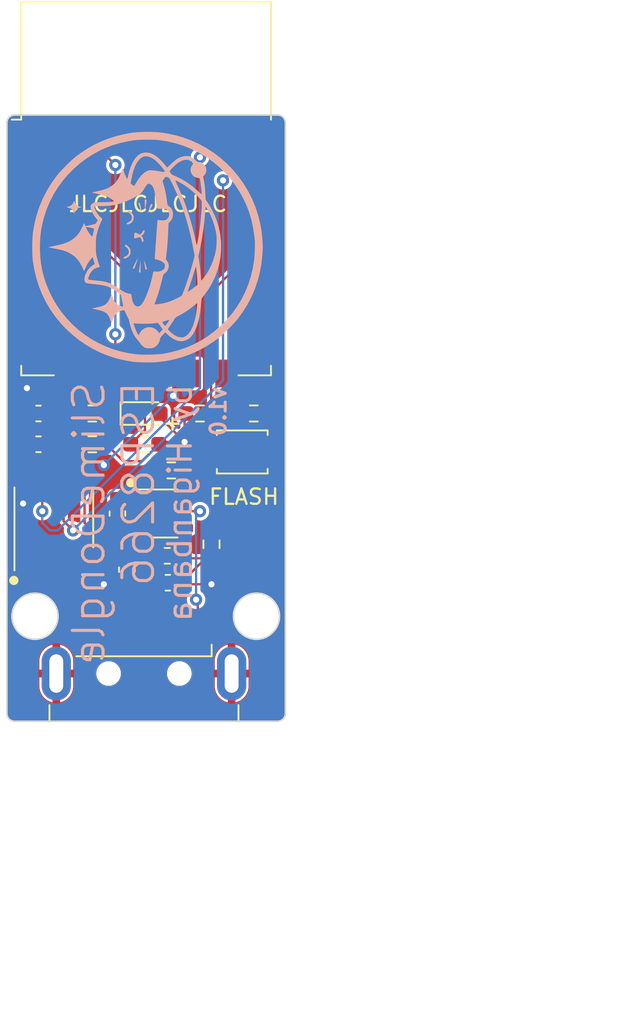
<source format=kicad_pcb>
(kicad_pcb (version 20221018) (generator pcbnew)
  (layers (0 "F.Cu" signal) (31 "B.Cu" signal) (34 "B.Paste" user) (35 "F.Paste" user) (36 "B.SilkS" user "B.Silkscreen") (37 "F.SilkS" user "F.Silkscreen") (38 "B.Mask" user) (39 "F.Mask" user) (44 "Edge.Cuts" user))
  (net 0 "")
  (net 1 "+5V")
  (net 2 "GND")
  (net 3 "+3V3")
  (net 4 "Net-(U2-VCC)")
  (net 5 "Net-(D1-K)")
  (net 6 "D-")
  (net 7 "D+")
  (net 8 "Net-(U1-SW)")
  (net 9 "Net-(U1-FB)")
  (net 10 "Net-(U3-EN)")
  (net 11 "Net-(U3-~{RST})")
  (net 12 "Net-(U3-GPIO12)")
  (net 13 "Net-(U3-GPIO15)")
  (net 14 "Net-(SW1-A)")
  (net 16 "UART_TX")
  (net 17 "UART_RX")
  (footprint "SlimeDongle-ESP_Footprints:SW_SPST_B3U-1000P" (layer "F.Cu") (at 148.575 95.725)
    (fp_text reference "SW1" hide)
    (fp_text value "FLASH" hide)
    (pad "1" smd rect (at -1.7 0) (size 0.9 1.7) (layers "F.Cu" "F.Paste" "F.Mask") (net 14 "Net-(SW1-A)"))
    (pad "2" smd rect (at 1.7 0) (size 0.9 1.7) (layers "F.Cu" "F.Paste" "F.Mask") (net 2 "GND"))
  )
  (footprint "SlimeDongle-ESP_Footprints:C_0603_1608Metric_Pad1.08x0.95mm_HandSolder" (layer "F.Cu") (at 140.4625 99.725 -90)
    (fp_text reference "C1" hide)
    (fp_text value "4u7" hide)
    (pad "1" smd roundrect (at -0.8625 0 270) (size 1.075 0.95) (layers "F.Cu" "F.Paste" "F.Mask") (net 1 "+5V"))
    (pad "2" smd roundrect (at 0.8625 0 270) (size 1.075 0.95) (layers "F.Cu" "F.Paste" "F.Mask") (net 2 "GND"))
  )
  (footprint "SlimeDongle-ESP_Footprints:R_0603_1608Metric_Pad0.98x0.95mm_HandSolder" (layer "F.Cu") (at 142.2375 95.225 180)
    (fp_text reference "R3" hide)
    (fp_text value "10k" hide)
    (pad "1" smd roundrect (at -0.9125 0 180) (size 0.975 0.95) (layers "F.Cu" "F.Paste" "F.Mask") (net 3 "+3V3"))
    (pad "2" smd roundrect (at 0.9125 0 180) (size 0.975 0.95) (layers "F.Cu" "F.Paste" "F.Mask") (net 10 "Net-(U3-EN)"))
  )
  (footprint "SlimeDongle-ESP_Footprints:LED_0603_1608Metric_Pad1.05x0.95mm_HandSolder" (layer "F.Cu") (at 142.325 93.225)
    (fp_text reference "D1" hide)
    (fp_text value "WHITE" hide)
    (pad "1" smd roundrect (at -0.875 0) (size 1.05 0.95) (layers "F.Cu" "F.Paste" "F.Mask") (net 5 "Net-(D1-K)"))
    (pad "2" smd roundrect (at 0.875 0) (size 1.05 0.95) (layers "F.Cu" "F.Paste" "F.Mask") (net 3 "+3V3"))
  )
  (footprint "SlimeDongle-ESP_Footprints:R_0603_1608Metric_Pad0.98x0.95mm_HandSolder" (layer "F.Cu") (at 149.325 93.225 180)
    (fp_text reference "R6" hide)
    (fp_text value "10k" hide)
    (pad "1" smd roundrect (at -0.9125 0 180) (size 0.975 0.95) (layers "F.Cu" "F.Paste" "F.Mask") (net 13 "Net-(U3-GPIO15)"))
    (pad "2" smd roundrect (at 0.9125 0 180) (size 0.975 0.95) (layers "F.Cu" "F.Paste" "F.Mask") (net 2 "GND"))
  )
  (footprint "SlimeDongle-ESP_Footprints:R_0603_1608Metric_Pad0.98x0.95mm_HandSolder" (layer "F.Cu") (at 145.825 93.225)
    (fp_text reference "R7" hide)
    (fp_text value "10k" hide)
    (pad "1" smd roundrect (at -0.9125 0) (size 0.975 0.95) (layers "F.Cu" "F.Paste" "F.Mask") (net 3 "+3V3"))
    (pad "2" smd roundrect (at 0.9125 0) (size 0.975 0.95) (layers "F.Cu" "F.Paste" "F.Mask") (net 14 "Net-(SW1-A)"))
  )
  (footprint "SlimeDongle-ESP_Footprints:R_0603_1608Metric_Pad0.98x0.95mm_HandSolder" (layer "F.Cu") (at 138.825 93.225 180)
    (fp_text reference "R5" hide)
    (fp_text value "10k" hide)
    (pad "1" smd roundrect (at -0.9125 0 180) (size 0.975 0.95) (layers "F.Cu" "F.Paste" "F.Mask") (net 5 "Net-(D1-K)"))
    (pad "2" smd roundrect (at 0.9125 0 180) (size 0.975 0.95) (layers "F.Cu" "F.Paste" "F.Mask") (net 12 "Net-(U3-GPIO12)"))
  )
  (footprint "SlimeDongle-ESP_Footprints:C_0603_1608Metric_Pad1.08x0.95mm_HandSolder" (layer "F.Cu") (at 141.075 103.375 90)
    (fp_text reference "C2" hide)
    (fp_text value "100n" hide)
    (pad "1" smd roundrect (at -0.8625 0 90) (size 1.075 0.95) (layers "F.Cu" "F.Paste" "F.Mask") (net 3 "+3V3"))
    (pad "2" smd roundrect (at 0.8625 0 90) (size 1.075 0.95) (layers "F.Cu" "F.Paste" "F.Mask") (net 4 "Net-(U2-VCC)"))
  )
  (footprint "SlimeDongle-ESP_Footprints:L_0603_1608Metric_Pad1.05x0.95mm_HandSolder" (layer "F.Cu") (at 143.7 102.475)
    (fp_text reference "L1" hide)
    (fp_text value "2u2" hide)
    (pad "1" smd roundrect (at -0.875 0) (size 1.05 0.95) (layers "F.Cu" "F.Paste" "F.Mask") (net 8 "Net-(U1-SW)"))
    (pad "2" smd roundrect (at 0.875 0) (size 1.05 0.95) (layers "F.Cu" "F.Paste" "F.Mask") (net 3 "+3V3"))
  )
  (footprint "SlimeDongle-ESP_Footprints:R_0603_1608Metric_Pad0.98x0.95mm_HandSolder" (layer "F.Cu") (at 146.575 101.725 90)
    (fp_text reference "R1" hide)
    (fp_text value "40k" hide)
    (pad "1" smd roundrect (at -0.9125 0 90) (size 0.975 0.95) (layers "F.Cu" "F.Paste" "F.Mask") (net 3 "+3V3"))
    (pad "2" smd roundrect (at 0.9125 0 90) (size 0.975 0.95) (layers "F.Cu" "F.Paste" "F.Mask") (net 9 "Net-(U1-FB)"))
  )
  (footprint "SlimeDongle-ESP_Footprints:USB_A_CNCTech_1001-011-01101_Horizontal" (layer "F.Cu") (at 142.185 117.025 -90)
    (fp_text reference "J1" hide)
    (fp_text value "USB_A" hide)
    (pad "" np_thru_hole circle (at -6.9 -2.3 270) (size 1.1 1.1) (drill 1.1) (layers "*.Cu" "*.Mask"))
    (pad "" np_thru_hole circle (at -6.9 2.3 270) (size 1.1 1.1) (drill 1.1) (layers "*.Cu" "*.Mask"))
    (pad "1" smd rect (at -9.65 -3.5 270) (size 2.5 1.1) (layers "F.Cu" "F.Paste" "F.Mask") (net 1 "+5V"))
    (pad "2" smd rect (at -9.65 -1 270) (size 2.5 1.1) (layers "F.Cu" "F.Paste" "F.Mask") (net 6 "D-"))
    (pad "3" smd rect (at -9.65 1 270) (size 2.5 1.1) (layers "F.Cu" "F.Paste" "F.Mask") (net 7 "D+"))
    (pad "4" smd rect (at -9.65 3.5 270) (size 2.5 1.1) (layers "F.Cu" "F.Paste" "F.Mask") (net 2 "GND"))
    (pad "5" thru_hole oval (at -6.9 -5.7 270) (size 3.5 1.9) (drill oval 2.5 0.9) (layers "*.Cu" "*.Mask") (net 2 "GND"))
    (pad "5" thru_hole oval (at -6.9 5.7 270) (size 3.5 1.9) (drill oval 2.5 0.9) (layers "*.Cu" "*.Mask") (net 2 "GND"))
  )
  (footprint "SlimeDongle-ESP_Footprints:C_0603_1608Metric_Pad1.08x0.95mm_HandSolder" (layer "F.Cu") (at 135.325 93.225 180)
    (fp_text reference "C4" hide)
    (fp_text value "100n" hide)
    (pad "1" smd roundrect (at -0.8625 0 180) (size 1.075 0.95) (layers "F.Cu" "F.Paste" "F.Mask") (net 2 "GND"))
    (pad "2" smd roundrect (at 0.8625 0 180) (size 1.075 0.95) (layers "F.Cu" "F.Paste" "F.Mask") (net 3 "+3V3"))
  )
  (footprint "SlimeDongle-ESP_Footprints:C_0603_1608Metric_Pad1.08x0.95mm_HandSolder" (layer "F.Cu") (at 135.325 95.225 180)
    (fp_text reference "C5" hide)
    (fp_text value "4u7" hide)
    (pad "1" smd roundrect (at -0.8625 0 180) (size 1.075 0.95) (layers "F.Cu" "F.Paste" "F.Mask") (net 2 "GND"))
    (pad "2" smd roundrect (at 0.8625 0 180) (size 1.075 0.95) (layers "F.Cu" "F.Paste" "F.Mask") (net 3 "+3V3"))
  )
  (footprint "SlimeDongle-ESP_Footprints:R_0603_1608Metric_Pad0.98x0.95mm_HandSolder" (layer "F.Cu") (at 138.825 95.225 180)
    (fp_text reference "R4" hide)
    (fp_text value "10k" hide)
    (pad "1" smd roundrect (at -0.9125 0 180) (size 0.975 0.95) (layers "F.Cu" "F.Paste" "F.Mask") (net 3 "+3V3"))
    (pad "2" smd roundrect (at 0.9125 0 180) (size 0.975 0.95) (layers "F.Cu" "F.Paste" "F.Mask") (net 11 "Net-(U3-~{RST})"))
  )
  (footprint "SlimeDongle-ESP_Footprints:ESP-12E" (layer "F.Cu") (at 142.325 78.625)
    (fp_text reference "U3" hide)
    (fp_text value "ESP-12F")
    (pad "1" smd rect (at -7.6 -3.5) (size 2.5 1) (layers "F.Cu" "F.Paste" "F.Mask") (net 11 "Net-(U3-~{RST})"))
    (pad "2" smd rect (at -7.6 -1.5) (size 2.5 1) (layers "F.Cu" "F.Paste" "F.Mask"))
    (pad "3" smd rect (at -7.6 0.5) (size 2.5 1) (layers "F.Cu" "F.Paste" "F.Mask") (net 10 "Net-(U3-EN)"))
    (pad "4" smd rect (at -7.6 2.5) (size 2.5 1) (layers "F.Cu" "F.Paste" "F.Mask"))
    (pad "5" smd rect (at -7.6 4.5) (size 2.5 1) (layers "F.Cu" "F.Paste" "F.Mask"))
    (pad "6" smd rect (at -7.6 6.5) (size 2.5 1) (layers "F.Cu" "F.Paste" "F.Mask") (net 12 "Net-(U3-GPIO12)"))
    (pad "7" smd rect (at -7.6 8.5) (size 2.5 1) (layers "F.Cu" "F.Paste" "F.Mask"))
    (pad "8" smd rect (at -7.6 10.5) (size 2.5 1) (layers "F.Cu" "F.Paste" "F.Mask") (net 3 "+3V3"))
    (pad "9" smd rect (at -5 12) (size 1 1.8) (layers "F.Cu" "F.Paste" "F.Mask"))
    (pad "10" smd rect (at -3 12) (size 1 1.8) (layers "F.Cu" "F.Paste" "F.Mask"))
    (pad "11" smd rect (at -1 12) (size 1 1.8) (layers "F.Cu" "F.Paste" "F.Mask"))
    (pad "12" smd rect (at 1 12) (size 1 1.8) (layers "F.Cu" "F.Paste" "F.Mask"))
    (pad "13" smd rect (at 3 12) (size 1 1.8) (layers "F.Cu" "F.Paste" "F.Mask"))
    (pad "14" smd rect (at 5 12) (size 1 1.8) (layers "F.Cu" "F.Paste" "F.Mask"))
    (pad "15" smd rect (at 7.6 10.5) (size 2.5 1) (layers "F.Cu" "F.Paste" "F.Mask") (net 2 "GND"))
    (pad "16" smd rect (at 7.6 8.5) (size 2.5 1) (layers "F.Cu" "F.Paste" "F.Mask") (net 13 "Net-(U3-GPIO15)"))
    (pad "17" smd rect (at 7.6 6.5) (size 2.5 1) (layers "F.Cu" "F.Paste" "F.Mask"))
    (pad "18" smd rect (at 7.6 4.5) (size 2.5 1) (layers "F.Cu" "F.Paste" "F.Mask") (net 14 "Net-(SW1-A)"))
    (pad "19" smd rect (at 7.6 2.5) (size 2.5 1) (layers "F.Cu" "F.Paste" "F.Mask"))
    (pad "20" smd rect (at 7.6 0.5) (size 2.5 1) (layers "F.Cu" "F.Paste" "F.Mask"))
    (pad "21" smd rect (at 7.6 -1.5) (size 2.5 1) (layers "F.Cu" "F.Paste" "F.Mask") (net 16 "UART_TX"))
    (pad "22" smd rect (at 7.6 -3.5) (size 2.5 1) (layers "F.Cu" "F.Paste" "F.Mask") (net 17 "UART_RX"))
    (zone (net 0) (net_name "") (layers "*.Cu") (connect_pads (clearance 0)) (min_thickness 0.254)
      (keepout (tracks not_allowed) (vias not_allowed) (pads not_allowed) (copperpour not_allowed) (footprints not_allowed))
      (fill (thermal_gap 0.508) (thermal_bridge_width 0.508))
      (polygon (pts (xy 134.205 73.825) (xy 150.445 73.825) (xy 150.445 66.505) (xy 134.205 66.505)))
    )
  )
  (footprint "SlimeDongle-ESP_Footprints:R_0603_1608Metric_Pad0.98x0.95mm_HandSolder" (layer "F.Cu") (at 143.9625 96.925 180)
    (fp_text reference "R2" hide)
    (fp_text value "10k" hide)
    (pad "1" smd roundrect (at -0.9125 0 180) (size 0.975 0.95) (layers "F.Cu" "F.Paste" "F.Mask") (net 9 "Net-(U1-FB)"))
    (pad "2" smd roundrect (at 0.9125 0 180) (size 0.975 0.95) (layers "F.Cu" "F.Paste" "F.Mask") (net 2 "GND"))
  )
  (footprint "SlimeDongle-ESP_Footprints:C_0603_1608Metric_Pad1.08x0.95mm_HandSolder" (layer "F.Cu") (at 143.7375 104.225 180)
    (fp_text reference "C3" hide)
    (fp_text value "10u" hide)
    (pad "1" smd roundrect (at -0.8625 0 180) (size 1.075 0.95) (layers "F.Cu" "F.Paste" "F.Mask") (net 3 "+3V3"))
    (pad "2" smd roundrect (at 0.8625 0 180) (size 1.075 0.95) (layers "F.Cu" "F.Paste" "F.Mask") (net 2 "GND"))
  )
  (footprint "SlimeDongle-ESP_Footprints:SOP-8_3.9x4.9mm_P1.27mm" (layer "F.Cu") (at 136.325 99.975 90)
    (fp_text reference "U2" hide)
    (fp_text value "~" hide)
    (pad "1" smd roundrect (at -2.625 -1.905 90) (size 1.65 0.6) (layers "F.Cu" "F.Paste" "F.Mask") (net 7 "D+"))
    (pad "2" smd roundrect (at -2.625 -0.635 90) (size 1.65 0.6) (layers "F.Cu" "F.Paste" "F.Mask") (net 6 "D-"))
    (pad "3" smd roundrect (at -2.625 0.635 90) (size 1.65 0.6) (layers "F.Cu" "F.Paste" "F.Mask") (net 2 "GND"))
    (pad "4" smd roundrect (at -2.625 1.905 90) (size 1.65 0.6) (layers "F.Cu" "F.Paste" "F.Mask"))
    (pad "5" smd roundrect (at 2.625 1.905 90) (size 1.65 0.6) (layers "F.Cu" "F.Paste" "F.Mask") (net 4 "Net-(U2-VCC)"))
    (pad "6" smd roundrect (at 2.625 0.635 90) (size 1.65 0.6) (layers "F.Cu" "F.Paste" "F.Mask") (net 16 "UART_TX"))
    (pad "7" smd roundrect (at 2.625 -0.635 90) (size 1.65 0.6) (layers "F.Cu" "F.Paste" "F.Mask") (net 17 "UART_RX"))
    (pad "8" smd roundrect (at 2.625 -1.905 90) (size 1.65 0.6) (layers "F.Cu" "F.Paste" "F.Mask") (net 3 "+3V3"))
  )
  (footprint "SlimeDongle-ESP_Footprints:SOT-23-5" (layer "F.Cu") (at 143.575 99.725)
    (fp_text reference "U1" hide)
    (fp_text value "M3406" hide)
    (pad "1" smd roundrect (at -1.1375 -0.95) (size 1.325 0.6) (layers "F.Cu" "F.Paste" "F.Mask") (net 1 "+5V"))
    (pad "2" smd roundrect (at -1.1375 0) (size 1.325 0.6) (layers "F.Cu" "F.Paste" "F.Mask") (net 2 "GND"))
    (pad "3" smd roundrect (at -1.1375 0.95) (size 1.325 0.6) (layers "F.Cu" "F.Paste" "F.Mask") (net 8 "Net-(U1-SW)"))
    (pad "4" smd roundrect (at 1.1375 0.95) (size 1.325 0.6) (layers "F.Cu" "F.Paste" "F.Mask") (net 1 "+5V"))
    (pad "5" smd roundrect (at 1.1375 -0.95) (size 1.325 0.6) (layers "F.Cu" "F.Paste" "F.Mask") (net 9 "Net-(U1-FB)"))
  )
  (footprint "SlimeDongle-ESP_Footprints:Luna_15x15" (layer "B.Cu") (at 142.4 82.4 -90)
    (fp_text reference "G***" hide)
    (fp_text value "LOGO" hide)
  )
  (gr_circle (center 141.325 97.725) (end 141.325 97.475) (stroke (width 0.1)) (fill solid) (layer "F.SilkS"))
  (gr_circle (center 133.725 104.075) (end 133.725 103.825) (stroke (width 0.1)) (fill solid) (layer "F.SilkS"))
  (gr_line (start 133.775 73.825) (end 150.875 73.825) (stroke (width 0.1)) (layer "Edge.Cuts"))
  (gr_circle (center 149.5 106.4) (end 151 106.4) (stroke (width 0.1)) (fill none) (layer "Edge.Cuts"))
  (gr_line (start 151.375 74.325) (end 151.375 105.475) (stroke (width 0.1)) (layer "Edge.Cuts"))
  (gr_line (start 151.375 105.475) (end 151.375 112.725) (stroke (width 0.1)) (layer "Edge.Cuts"))
  (gr_line (start 133.775 113.225) (end 150.875 113.225) (stroke (width 0.1)) (layer "Edge.Cuts"))
  (gr_line (start 133.275 74.325) (end 133.275 105.475) (stroke (width 0.1)) (layer "Edge.Cuts"))
  (gr_arc (start 133.275 74.325) (mid 133.421447 73.971447) (end 133.775 73.825) (stroke (width 0.1)) (layer "Edge.Cuts"))
  (gr_arc (start 133.775 113.225) (mid 133.421447 113.078553) (end 133.275 112.725) (stroke (width 0.1)) (layer "Edge.Cuts"))
  (gr_line (start 133.275 105.475) (end 133.275 112.725) (stroke (width 0.1)) (layer "Edge.Cuts"))
  (gr_arc (start 150.875 73.825) (mid 151.228553 73.971447) (end 151.375 74.325) (stroke (width 0.1)) (layer "Edge.Cuts"))
  (gr_arc (start 151.375 112.725) (mid 151.228553 113.078553) (end 150.875 113.225) (stroke (width 0.1)) (layer "Edge.Cuts"))
  (gr_circle (center 135.1 106.4) (end 136.6 106.4) (stroke (width 0.1)) (fill none) (layer "Edge.Cuts"))
  (gr_text "by Higanbana" (at 145.4 91.2 90) (layer "B.SilkS") (effects (font (size 1.5 1.5) (thickness 0.2)) (justify left bottom mirror)))
  (gr_text "SlimeDongle\nESP8266\n" (at 143 91 90) (layer "B.SilkS") (effects (font (size 2 2) (thickness 0.2)) (justify left bottom mirror)))
  (gr_text "v1.0" (at 147.6 91.4 90) (layer "B.SilkS") (effects (font (size 1 1) (thickness 0.2)) (justify left bottom mirror)))
  (gr_text "FLASH" (at 146.325 99.225) (layer "F.SilkS") (effects (font (size 1 1)) (justify left bottom)))
  (gr_text "JLCJLCJLCJLC" (at 137.2 80.2) (layer "F.SilkS") (effects (font (size 1 1)) (justify left bottom)))
  (gr_text "+" (at 143.325 94.4) (layer "F.SilkS") (effects (font (size 1 1)) (justify left bottom)))
  (segment (start 140.55 98.775) (end 140.4625 98.8625) (width 0.15) (layer "F.Cu") (net 1))
  (segment (start 143.448959 98.775) (end 144.248959 99.575) (width 0.15) (layer "F.Cu") (net 1))
  (segment (start 144.248959 100.211459) (end 144.7125 100.675) (width 0.15) (layer "F.Cu") (net 1))
  (segment (start 142.4375 98.775) (end 143.448959 98.775) (width 0.15) (layer "F.Cu") (net 1))
  (segment (start 142.4375 98.775) (end 140.55 98.775) (width 0.15) (layer "F.Cu") (net 1))
  (segment (start 145.685 105.435) (end 145.575 105.325) (width 0.15) (layer "F.Cu") (net 1))
  (segment (start 144.248959 99.575) (end 144.248959 100.211459) (width 0.15) (layer "F.Cu") (net 1))
  (segment (start 145.685 107.375) (end 145.685 105.435) (width 0.15) (layer "F.Cu") (net 1))
  (segment (start 144.248959 99.575) (end 145.825 99.575) (width 0.15) (layer "F.Cu") (net 1))
  (via (at 145.825 99.575) (size 0.8) (drill 0.4) (layers "F.Cu" "B.Cu") (net 1))
  (via (at 145.575 105.325) (size 0.8) (drill 0.4) (layers "F.Cu" "B.Cu") (net 1))
  (segment (start 145.575 99.825) (end 145.825 99.575) (width 0.15) (layer "B.Cu") (net 1))
  (segment (start 145.575 105.325) (end 145.575 99.825) (width 0.15) (layer "B.Cu") (net 1))
  (segment (start 143.075 104.225) (end 143.0875 104.2375) (width 0.15) (layer "F.Cu") (net 2))
  (segment (start 143.05 104.2) (end 143.075 104.225) (width 0.15) (layer "F.Cu") (net 2))
  (via (at 139.575 96.575) (size 0.8) (drill 0.4) (layers "F.Cu" "B.Cu") (net 2))
  (via (at 144.075 92.075) (size 0.8) (drill 0.4) (layers "F.Cu" "B.Cu") (net 2))
  (segment (start 139.575 96.575) (end 144.075 92.075) (width 0.15) (layer "B.Cu") (net 2))
  (segment (start 144.575 103.325) (end 144.575 103.575) (width 0.15) (layer "F.Cu") (net 3))
  (segment (start 144.575 104.2) (end 144.6 104.225) (width 0.15) (layer "F.Cu") (net 3))
  (segment (start 143.3 95.075) (end 143.15 95.225) (width 0.15) (layer "F.Cu") (net 3))
  (segment (start 139.575 104.325) (end 140.9875 104.325) (width 0.15) (layer "F.Cu") (net 3))
  (segment (start 144.6 104.225) (end 144.7 104.325) (width 0.15) (layer "F.Cu") (net 3))
  (segment (start 144.575 103.575) (end 144.575 104.2) (width 0.15) (layer "F.Cu") (net 3))
  (segment (start 140.8375 96.325) (end 139.7375 95.225) (width 0.15) (layer "F.Cu") (net 3))
  (segment (start 144.825 93.3125) (end 144.9125 93.225) (width 0.15) (layer "F.Cu") (net 3))
  (segment (start 144.6 104.225) (end 146.1875 102.6375) (width 0.15) (layer "F.Cu") (net 3))
  (segment (start 143.15 95.225) (end 142.05 96.325) (width 0.15) (layer "F.Cu") (net 3))
  (segment (start 144.825 95.075) (end 143.2 93.45) (width 0.15) (layer "F.Cu") (net 3))
  (segment (start 144.575 102.475) (end 144.7375 102.6375) (width 0.15) (layer "F.Cu") (net 3))
  (segment (start 134.575 91.575) (end 134.575 95.1125) (width 0.15) (layer "F.Cu") (net 3))
  (segment (start 144.825 95.075) (end 143.3 95.075) (width 0.15) (layer "F.Cu") (net 3))
  (segment (start 140.9875 104.325) (end 141.075 104.2375) (width 0.15) (layer "F.Cu") (net 3))
  (segment (start 144.575 103.075) (end 144.575 103.325) (width 0.15) (layer "F.Cu") (net 3))
  (segment (start 134.325 97.445) (end 134.42 97.35) (width 0.15) (layer "F.Cu") (net 3))
  (segment (start 144.825 95.075) (end 144.825 93.3125) (width 0.15) (layer "F.Cu") (net 3))
  (segment (start 144.575 102.475) (end 144.575 103.075) (width 0.15) (layer "F.Cu") (net 3))
  (segment (start 134.725 91.425) (end 134.725 89.125) (width 0.15) (layer "F.Cu") (net 3))
  (segment (start 143.2 93.45) (end 143.2 93.225) (width 0.15) (layer "F.Cu") (net 3))
  (segment (start 146.575 102.6375) (end 146.575 104.325) (width 0.15) (layer "F.Cu") (net 3))
  (segment (start 134.575 91.575) (end 134.725 91.425) (width 0.15) (layer "F.Cu") (net 3))
  (segment (start 144.7375 102.6375) (end 146.575 102.6375) (width 0.15) (layer "F.Cu") (net 3))
  (segment (start 134.575 95.1125) (end 134.4625 95.225) (width 0.15) (layer "F.Cu") (net 3))
  (segment (start 146.1875 102.6375) (end 146.575 102.6375) (width 0.15) (layer "F.Cu") (net 3))
  (segment (start 134.325 99.075) (end 134.325 97.445) (width 0.15) (layer "F.Cu") (net 3))
  (segment (start 144.7 104.325) (end 146.575 104.325) (width 0.15) (layer "F.Cu") (net 3))
  (segment (start 142.05 96.325) (end 140.8375 96.325) (width 0.15) (layer "F.Cu") (net 3))
  (via (at 134.325 99.075) (size 0.8) (drill 0.4) (layers "F.Cu" "B.Cu") (net 3))
  (via (at 144.825 95.075) (size 0.8) (drill 0.4) (layers "F.Cu" "B.Cu") (net 3))
  (via (at 146.575 104.325) (size 0.8) (drill 0.4) (layers "F.Cu" "B.Cu") (net 3))
  (via (at 139.575 104.325) (size 0.8) (drill 0.4) (layers "F.Cu" "B.Cu") (net 3))
  (via (at 134.575 91.575) (size 0.8) (drill 0.4) (layers "F.Cu" "B.Cu") (net 3))
  (segment (start 138.325 100.325) (end 138.325 97.445) (width 0.15) (layer "F.Cu") (net 4))
  (segment (start 138.325 97.445) (end 138.23 97.35) (width 0.15) (layer "F.Cu") (net 4))
  (segment (start 141.075 102.5125) (end 140.5125 102.5125) (width 0.15) (layer "F.Cu") (net 4))
  (segment (start 140.5125 102.5125) (end 138.325 100.325) (width 0.15) (layer "F.Cu") (net 4))
  (segment (start 139.7375 93.225) (end 141.45 93.225) (width 0.15) (layer "F.Cu") (net 5))
  (segment (start 137.1682 105.35) (end 141.16 105.35) (width 0.2) (layer "F.Cu") (net 6))
  (segment (start 142.035 105.825) (end 142.035 106.225) (width 0.2) (layer "F.Cu") (net 6))
  (segment (start 135.280001 103.009999) (end 135.280001 103.461801) (width 0.2) (layer "F.Cu") (net 6))
  (segment (start 141.16 105.35) (end 141.635 105.825) (width 0.2) (layer "F.Cu") (net 6))
  (segment (start 135.280001 103.461801) (end 137.1682 105.35) (width 0.2) (layer "F.Cu") (net 6))
  (segment (start 142.035 106.225) (end 143.185 107.375) (width 0.2) (layer "F.Cu") (net 6))
  (segment (start 135.69 102.6) (end 135.280001 103.009999) (width 0.2) (layer "F.Cu") (net 6))
  (segment (start 141.635 105.825) (end 142.035 105.825) (width 0.2) (layer "F.Cu") (net 6))
  (segment (start 134.829999 103.648199) (end 136.9818 105.8) (width 0.2) (layer "F.Cu") (net 7))
  (segment (start 141.185 106.011397) (end 141.185 107.375) (width 0.2) (layer "F.Cu") (net 7))
  (segment (start 140.973603 105.8) (end 141.185 106.011397) (width 0.2) (layer "F.Cu") (net 7))
  (segment (start 134.829999 103.009999) (end 134.829999 103.648199) (width 0.2) (layer "F.Cu") (net 7))
  (segment (start 136.9818 105.8) (end 140.973603 105.8) (width 0.2) (layer "F.Cu") (net 7))
  (segment (start 134.42 102.6) (end 134.829999 103.009999) (width 0.2) (layer "F.Cu") (net 7))
  (segment (start 142.4375 102.0875) (end 142.825 102.475) (width 0.15) (layer "F.Cu") (net 8))
  (segment (start 142.4375 100.675) (end 142.4375 102.0875) (width 0.15) (layer "F.Cu") (net 8))
  (segment (start 144.7125 97.0875) (end 144.875 96.925) (width 0.15) (layer "F.Cu") (net 9))
  (segment (start 146.575 99.325) (end 146.025 98.775) (width 0.15) (layer "F.Cu") (net 9))
  (segment (start 146.575 100.8125) (end 146.575 99.325) (width 0.15) (layer "F.Cu") (net 9))
  (segment (start 146.025 98.775) (end 144.7125 98.775) (width 0.15) (layer "F.Cu") (net 9))
  (segment (start 144.7125 98.775) (end 144.7125 97.0875) (width 0.15) (layer "F.Cu") (net 9))
  (segment (start 141.325 95.225) (end 142.25 94.3) (width 0.15) (layer "F.Cu") (net 10))
  (segment (start 136.125 79.125) (end 134.725 79.125) (width 0.15) (layer "F.Cu") (net 10))
  (segment (start 142.25 94.3) (end 142.25 85.25) (width 0.15) (layer "F.Cu") (net 10))
  (segment (start 142.25 85.25) (end 136.125 79.125) (width 0.15) (layer "F.Cu") (net 10))
  (segment (start 138.375 75.125) (end 134.725 75.125) (width 0.15) (layer "F.Cu") (net 11))
  (segment (start 140.325 91.425216) (end 140.325 88.075) (width 0.15) (layer "F.Cu") (net 11))
  (segment (start 140.325 77.075) (end 138.375 75.125) (width 0.15) (layer "F.Cu") (net 11))
  (segment (start 137.9125 95.225) (end 138.675 94.4625) (width 0.15) (layer "F.Cu") (net 11))
  (segment (start 138.675 93.075216) (end 140.325 91.425216) (width 0.15) (layer "F.Cu") (net 11))
  (segment (start 138.675 94.4625) (end 138.675 93.075216) (width 0.15) (layer "F.Cu") (net 11))
  (via (at 140.325 77.075) (size 0.8) (drill 0.4) (layers "F.Cu" "B.Cu") (net 11))
  (via (at 140.325 88.075) (size 0.8) (drill 0.4) (layers "F.Cu" "B.Cu") (net 11))
  (segment (start 140.325 88.075) (end 140.325 77.075) (width 0.15) (layer "B.Cu") (net 11))
  (segment (start 137.9125 93.225) (end 138.325 92.8125) (width 0.15) (layer "F.Cu") (net 12))
  (segment (start 135.625 85.125) (end 134.725 85.125) (width 0.15) (layer "F.Cu") (net 12))
  (segment (start 138.325 92.8125) (end 138.325 87.825) (width 0.15) (layer "F.Cu") (net 12))
  (segment (start 138.325 87.825) (end 135.625 85.125) (width 0.15) (layer "F.Cu") (net 12))
  (segment (start 148.4 87.9) (end 149.175 87.125) (width 0.15) (layer "F.Cu") (net 13))
  (segment (start 150.2375 93.225) (end 148.4 91.3875) (width 0.15) (layer "F.Cu") (net 13))
  (segment (start 149.175 87.125) (end 149.925 87.125) (width 0.15) (layer "F.Cu") (net 13))
  (segment (start 148.4 91.3875) (end 148.4 87.9) (width 0.15) (layer "F.Cu") (net 13))
  (segment (start 146.875 93.3625) (end 146.7375 93.225) (width 0.15) (layer "F.Cu") (net 14))
  (segment (start 146.55 93.0375) (end 146.55 85.35) (width 0.15) (layer "F.Cu") (net 14))
  (segment (start 146.875 95.725) (end 146.875 93.3625) (width 0.15) (layer "F.Cu") (net 14))
  (segment (start 148.775 83.125) (end 149.925 83.125) (width 0.15) (layer "F.Cu") (net 14))
  (segment (start 146.55 85.35) (end 148.775 83.125) (width 0.15) (layer "F.Cu") (net 14))
  (segment (start 146.7375 93.225) (end 146.55 93.0375) (width 0.15) (layer "F.Cu") (net 14))
  (segment (start 149.925 77.125) (end 148.274986 77.125) (width 0.15) (layer "F.Cu") (net 16))
  (segment (start 136.96 100.21) (end 137.575 100.825) (width 0.15) (layer "F.Cu") (net 16))
  (segment (start 136.96 97.35) (end 136.96 100.21) (width 0.15) (layer "F.Cu") (net 16))
  (segment (start 148.274986 77.125) (end 147.325 78.074986) (width 0.15) (layer "F.Cu") (net 16))
  (via (at 137.575 100.825) (size 0.8) (drill 0.4) (layers "F.Cu" "B.Cu") (net 16))
  (via (at 147.325 78.074986) (size 0.8) (drill 0.4) (layers "F.Cu" "B.Cu") (net 16))
  (segment (start 137.575 100.825) (end 147.325014 91.074986) (width 0.15) (layer "B.Cu") (net 16))
  (segment (start 147.325014 78.075) (end 147.325 78.074986) (width 0.15) (layer "B.Cu") (net 16))
  (segment (start 147.325014 91.074986) (end 147.325014 78.075) (width 0.15) (layer "B.Cu") (net 16))
  (segment (start 145.825 76.575) (end 147.275 75.125) (width 0.15) (layer "F.Cu") (net 17))
  (segment (start 135.69 97.35) (end 135.575 97.465) (width 0.15) (layer "F.Cu") (net 17))
  (segment (start 147.275 75.125) (end 149.925 75.125) (width 0.15) (layer "F.Cu") (net 17))
  (segment (start 135.575 97.465) (end 135.575 99.575) (width 0.15) (layer "F.Cu") (net 17))
  (via (at 145.825 76.575) (size 0.8) (drill 0.4) (layers "F.Cu" "B.Cu") (net 17))
  (via (at 135.575 99.575) (size 0.8) (drill 0.4) (layers "F.Cu" "B.Cu") (net 17))
  (segment (start 145.825 91.575) (end 145.825 76.575) (width 0.15) (layer "B.Cu") (net 17))
  (segment (start 136.075 100.825) (end 136.575 100.825) (width 0.15) (layer "B.Cu") (net 17))
  (segment (start 135.575 99.575) (end 135.575 100.325) (width 0.15) (layer "B.Cu") (net 17))
  (segment (start 136.575 100.825) (end 145.825 91.575) (width 0.15) (layer "B.Cu") (net 17))
  (segment (start 135.575 100.325) (end 136.075 100.825) (width 0.15) (layer "B.Cu") (net 17))
  (zone (net 2) (net_name "GND") (layer "F.Cu") (connect_pads (clearance 0.15)) (min_thickness 0.25) (fill yes (thermal_gap 0.15) (thermal_bridge_width 0.5))
    (polygon (pts (xy 132.825 73.325) (xy 151.825 73.325) (xy 151.825 113.825) (xy 132.825 113.825)))
  )
  (zone (net 3) (net_name "+3V3") (layer "B.Cu") (connect_pads (clearance 0.15)) (min_thickness 0.25) (fill yes (thermal_gap 0.15) (thermal_bridge_width 0.5))
    (polygon (pts (xy 132.825 73.325) (xy 151.825 73.325) (xy 151.825 113.825) (xy 132.825 113.825)))
  )
)
</source>
